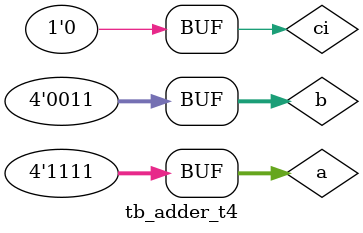
<source format=sv>
module tb_adder_t4;
  logic[3:0] sum, a, b;
  logic ci,co;
  
  
  adder_t4 U1(co, sum, a, b, ci);
  
  initial begin
   a=0;
   b=0;
    ci=0;
    #15 a=4'hA;
    #2 b=3;
    #2 a=2;
    #2 a=15;
    
    
  end

endmodule

</source>
